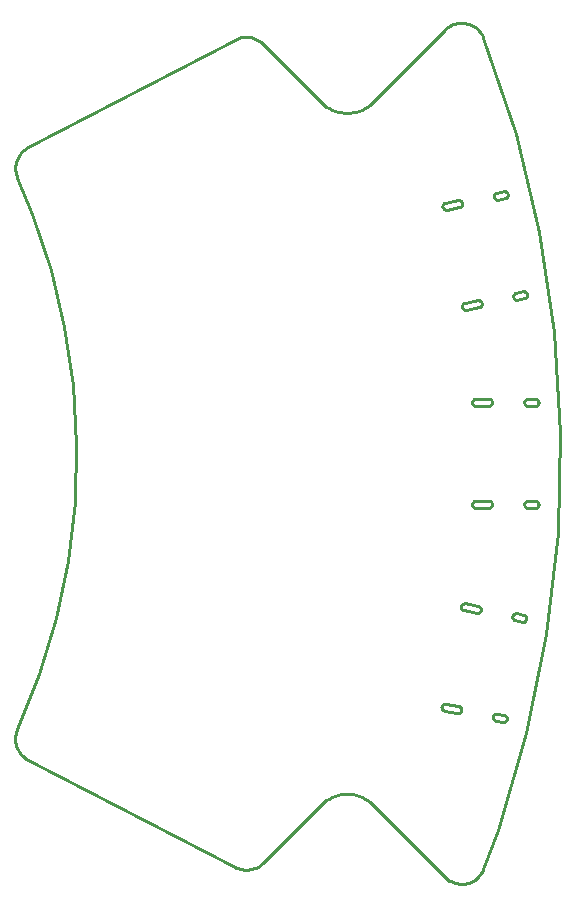
<source format=gbr>
G04 EAGLE Gerber RS-274X export*
G75*
%MOMM*%
%FSLAX34Y34*%
%LPD*%
%IN*%
%IPPOS*%
%AMOC8*
5,1,8,0,0,1.08239X$1,22.5*%
G01*
G04 Define Apertures*
%ADD10C,0.254000*%
D10*
X520046Y-233350D02*
X519803Y-233915D01*
X519209Y-235556D01*
X518760Y-237242D01*
X518460Y-238961D01*
X518311Y-240699D01*
X518313Y-242444D01*
X518468Y-244182D01*
X518774Y-245899D01*
X519229Y-247584D01*
X519828Y-249222D01*
X520568Y-250803D01*
X521443Y-252312D01*
X522446Y-253740D01*
X523570Y-255074D01*
X524806Y-256306D01*
X526144Y-257425D01*
X527575Y-258424D01*
X529087Y-259294D01*
X704717Y-350351D01*
X705470Y-350722D01*
X707082Y-351389D01*
X708746Y-351914D01*
X710450Y-352292D01*
X712180Y-352519D01*
X713923Y-352595D01*
X715666Y-352519D01*
X717396Y-352292D01*
X719099Y-351914D01*
X720763Y-351389D01*
X722375Y-350722D01*
X723923Y-349916D01*
X725394Y-348978D01*
X726778Y-347916D01*
X728065Y-346738D01*
X777818Y-296985D01*
X779747Y-295217D01*
X781823Y-293623D01*
X784031Y-292217D01*
X786352Y-291009D01*
X788770Y-290007D01*
X791266Y-289220D01*
X793821Y-288654D01*
X796416Y-288312D01*
X799031Y-288198D01*
X801645Y-288312D01*
X804240Y-288654D01*
X806795Y-289220D01*
X809291Y-290007D01*
X811709Y-291009D01*
X814031Y-292217D01*
X816238Y-293623D01*
X818314Y-295217D01*
X820244Y-296985D01*
X881912Y-358653D01*
X882925Y-359598D01*
X884289Y-360685D01*
X885744Y-361648D01*
X887277Y-362482D01*
X888876Y-363178D01*
X890531Y-363733D01*
X892227Y-364141D01*
X893953Y-364400D01*
X895694Y-364507D01*
X897438Y-364463D01*
X899172Y-364266D01*
X900882Y-363919D01*
X902555Y-363424D01*
X904179Y-362786D01*
X905741Y-362008D01*
X907229Y-361097D01*
X908632Y-360060D01*
X909939Y-358905D01*
X911141Y-357640D01*
X912228Y-356275D01*
X913192Y-354821D01*
X914025Y-353288D01*
X914722Y-351688D01*
X926778Y-318563D01*
X951016Y-236577D01*
X968016Y-152790D01*
X977649Y-67841D01*
X979841Y17625D01*
X974577Y102957D01*
X961895Y187505D01*
X941892Y270626D01*
X914722Y351688D01*
X914180Y352963D01*
X913374Y354511D01*
X912437Y355982D01*
X911375Y357366D01*
X910196Y358653D01*
X908910Y359831D01*
X907525Y360894D01*
X906054Y361831D01*
X904506Y362637D01*
X902894Y363304D01*
X901230Y363829D01*
X899527Y364207D01*
X897797Y364434D01*
X896054Y364511D01*
X894311Y364434D01*
X892581Y364207D01*
X890877Y363829D01*
X889213Y363304D01*
X887601Y362637D01*
X886054Y361831D01*
X884582Y360894D01*
X883198Y359831D01*
X881912Y358653D01*
X820244Y296985D01*
X818314Y295217D01*
X816238Y293623D01*
X814031Y292217D01*
X811709Y291009D01*
X809291Y290007D01*
X806795Y289220D01*
X804240Y288654D01*
X801645Y288312D01*
X799031Y288198D01*
X796416Y288312D01*
X793821Y288654D01*
X791266Y289220D01*
X788770Y290007D01*
X786352Y291009D01*
X784031Y292217D01*
X781823Y293623D01*
X779747Y295217D01*
X777818Y296985D01*
X728065Y346738D01*
X727459Y347318D01*
X726124Y348442D01*
X724697Y349445D01*
X723187Y350320D01*
X721607Y351060D01*
X719968Y351660D01*
X718284Y352114D01*
X716566Y352420D01*
X714828Y352575D01*
X713083Y352578D01*
X711345Y352429D01*
X709626Y352128D01*
X707940Y351680D01*
X706300Y351086D01*
X704717Y350351D01*
X529087Y259294D01*
X528546Y259002D01*
X527061Y258086D01*
X525661Y257044D01*
X524358Y255885D01*
X523161Y254615D01*
X522079Y253247D01*
X521120Y251789D01*
X520292Y250253D01*
X519601Y248651D01*
X519052Y246995D01*
X518649Y245297D01*
X518397Y243571D01*
X518295Y241829D01*
X518346Y240085D01*
X518548Y238352D01*
X518901Y236643D01*
X519402Y234972D01*
X520046Y233350D01*
X532732Y202724D01*
X548373Y155522D01*
X559841Y107137D01*
X567048Y57935D01*
X569940Y8294D01*
X568494Y-41412D01*
X562721Y-90801D01*
X552666Y-139500D01*
X538405Y-187137D01*
X520046Y-233350D01*
X940047Y132395D02*
X940108Y132140D01*
X940191Y131892D01*
X940295Y131652D01*
X940420Y131422D01*
X940565Y131204D01*
X940728Y130999D01*
X940908Y130809D01*
X941104Y130636D01*
X941314Y130480D01*
X941537Y130343D01*
X941772Y130227D01*
X942015Y130131D01*
X942266Y130056D01*
X942523Y130004D01*
X942783Y129974D01*
X943044Y129968D01*
X943305Y129984D01*
X943564Y130022D01*
X949454Y131167D01*
X949709Y131228D01*
X949957Y131311D01*
X950197Y131416D01*
X950427Y131541D01*
X950645Y131685D01*
X950850Y131848D01*
X951040Y132028D01*
X951213Y132224D01*
X951369Y132434D01*
X951506Y132658D01*
X951622Y132892D01*
X951718Y133135D01*
X951793Y133386D01*
X951845Y133643D01*
X951874Y133903D01*
X951881Y134164D01*
X951865Y134426D01*
X951827Y134684D01*
X951765Y134939D01*
X951682Y135187D01*
X951578Y135427D01*
X951453Y135657D01*
X951309Y135875D01*
X951146Y136080D01*
X950966Y136270D01*
X950770Y136443D01*
X950559Y136599D01*
X950336Y136736D01*
X950102Y136853D01*
X949858Y136949D01*
X949607Y137023D01*
X949351Y137075D01*
X949091Y137105D01*
X948829Y137112D01*
X948568Y137096D01*
X948309Y137057D01*
X942419Y135912D01*
X942165Y135851D01*
X941917Y135768D01*
X941677Y135664D01*
X941447Y135539D01*
X941229Y135394D01*
X941024Y135231D01*
X940834Y135051D01*
X940660Y134855D01*
X940505Y134645D01*
X940368Y134422D01*
X940251Y134187D01*
X940155Y133944D01*
X940081Y133693D01*
X940029Y133436D01*
X939999Y133176D01*
X939992Y132915D01*
X940008Y132654D01*
X940047Y132395D01*
X880075Y208755D02*
X880136Y208500D01*
X880219Y208252D01*
X880324Y208012D01*
X880448Y207782D01*
X880593Y207564D01*
X880756Y207359D01*
X880936Y207169D01*
X881132Y206996D01*
X881342Y206840D01*
X881565Y206703D01*
X881800Y206586D01*
X882043Y206490D01*
X882294Y206416D01*
X882551Y206364D01*
X882811Y206334D01*
X883072Y206327D01*
X883333Y206343D01*
X883592Y206382D01*
X894390Y208481D01*
X894645Y208542D01*
X894893Y208625D01*
X895133Y208729D01*
X895363Y208854D01*
X895581Y208999D01*
X895786Y209162D01*
X895976Y209342D01*
X896149Y209538D01*
X896305Y209748D01*
X896442Y209971D01*
X896558Y210206D01*
X896654Y210449D01*
X896729Y210700D01*
X896781Y210957D01*
X896810Y211217D01*
X896817Y211478D01*
X896801Y211739D01*
X896763Y211998D01*
X896702Y212253D01*
X896619Y212501D01*
X896514Y212741D01*
X896389Y212971D01*
X896245Y213189D01*
X896082Y213394D01*
X895902Y213584D01*
X895706Y213757D01*
X895495Y213913D01*
X895272Y214050D01*
X895038Y214166D01*
X894794Y214262D01*
X894544Y214337D01*
X894287Y214389D01*
X894027Y214419D01*
X893765Y214425D01*
X893504Y214409D01*
X893245Y214371D01*
X882447Y212272D01*
X882193Y212211D01*
X881945Y212128D01*
X881705Y212023D01*
X881475Y211898D01*
X881257Y211754D01*
X881052Y211591D01*
X880862Y211411D01*
X880688Y211215D01*
X880533Y211005D01*
X880396Y210781D01*
X880279Y210547D01*
X880183Y210304D01*
X880109Y210053D01*
X880057Y209796D01*
X880027Y209536D01*
X880020Y209275D01*
X880036Y209013D01*
X880075Y208755D01*
X923561Y217207D02*
X923622Y216953D01*
X923705Y216705D01*
X923810Y216465D01*
X923934Y216235D01*
X924079Y216016D01*
X924242Y215812D01*
X924422Y215622D01*
X924618Y215448D01*
X924828Y215293D01*
X925052Y215156D01*
X925286Y215039D01*
X925529Y214943D01*
X925780Y214869D01*
X926037Y214817D01*
X926297Y214787D01*
X926558Y214780D01*
X926820Y214796D01*
X927078Y214835D01*
X932968Y215980D01*
X933223Y216041D01*
X933471Y216124D01*
X933711Y216228D01*
X933941Y216353D01*
X934159Y216498D01*
X934364Y216661D01*
X934554Y216841D01*
X934727Y217037D01*
X934883Y217247D01*
X935020Y217470D01*
X935136Y217704D01*
X935232Y217948D01*
X935307Y218199D01*
X935359Y218455D01*
X935388Y218715D01*
X935395Y218977D01*
X935379Y219238D01*
X935341Y219497D01*
X935280Y219752D01*
X935196Y220000D01*
X935092Y220240D01*
X934967Y220470D01*
X934823Y220688D01*
X934660Y220893D01*
X934480Y221083D01*
X934284Y221256D01*
X934073Y221412D01*
X933850Y221548D01*
X933616Y221665D01*
X933372Y221761D01*
X933122Y221836D01*
X932865Y221888D01*
X932605Y221917D01*
X932343Y221924D01*
X932082Y221908D01*
X931823Y221870D01*
X925934Y220725D01*
X925679Y220664D01*
X925431Y220581D01*
X925191Y220476D01*
X924961Y220351D01*
X924743Y220207D01*
X924538Y220044D01*
X924348Y219864D01*
X924175Y219668D01*
X924019Y219457D01*
X923882Y219234D01*
X923765Y219000D01*
X923669Y218756D01*
X923595Y218506D01*
X923543Y218249D01*
X923513Y217989D01*
X923506Y217727D01*
X923522Y217466D01*
X923561Y217207D01*
X939231Y-137915D02*
X939192Y-138174D01*
X939176Y-138435D01*
X939183Y-138697D01*
X939212Y-138957D01*
X939265Y-139213D01*
X939339Y-139464D01*
X939435Y-139708D01*
X939552Y-139942D01*
X939688Y-140165D01*
X939844Y-140375D01*
X940017Y-140571D01*
X940207Y-140752D01*
X940412Y-140915D01*
X940630Y-141059D01*
X940860Y-141184D01*
X941100Y-141288D01*
X941349Y-141371D01*
X941603Y-141432D01*
X947493Y-142577D01*
X947752Y-142616D01*
X948013Y-142632D01*
X948275Y-142625D01*
X948535Y-142595D01*
X948791Y-142543D01*
X949042Y-142469D01*
X949285Y-142373D01*
X949520Y-142256D01*
X949743Y-142119D01*
X949953Y-141964D01*
X950149Y-141790D01*
X950329Y-141600D01*
X950492Y-141396D01*
X950637Y-141177D01*
X950762Y-140947D01*
X950866Y-140707D01*
X950949Y-140459D01*
X951010Y-140205D01*
X951049Y-139946D01*
X951065Y-139685D01*
X951058Y-139423D01*
X951028Y-139163D01*
X950976Y-138907D01*
X950902Y-138656D01*
X950806Y-138412D01*
X950689Y-138178D01*
X950552Y-137955D01*
X950397Y-137744D01*
X950223Y-137548D01*
X950033Y-137368D01*
X949829Y-137205D01*
X949610Y-137061D01*
X949380Y-136936D01*
X949140Y-136832D01*
X948892Y-136749D01*
X948638Y-136687D01*
X942748Y-135543D01*
X942489Y-135504D01*
X942228Y-135488D01*
X941966Y-135495D01*
X941706Y-135524D01*
X941450Y-135577D01*
X941199Y-135651D01*
X940955Y-135747D01*
X940721Y-135864D01*
X940498Y-136000D01*
X940288Y-136156D01*
X940092Y-136329D01*
X939911Y-136519D01*
X939748Y-136724D01*
X939604Y-136942D01*
X939479Y-137172D01*
X939375Y-137412D01*
X939292Y-137661D01*
X939231Y-137915D01*
X922745Y-222728D02*
X922706Y-222986D01*
X922690Y-223248D01*
X922697Y-223509D01*
X922727Y-223769D01*
X922779Y-224026D01*
X922853Y-224277D01*
X922949Y-224520D01*
X923066Y-224754D01*
X923202Y-224978D01*
X923358Y-225188D01*
X923532Y-225384D01*
X923721Y-225564D01*
X923926Y-225727D01*
X924144Y-225872D01*
X924374Y-225996D01*
X924614Y-226101D01*
X924863Y-226184D01*
X925117Y-226245D01*
X931007Y-227390D01*
X931266Y-227428D01*
X931527Y-227444D01*
X931789Y-227438D01*
X932049Y-227408D01*
X932305Y-227356D01*
X932556Y-227281D01*
X932800Y-227186D01*
X933034Y-227069D01*
X933257Y-226932D01*
X933467Y-226776D01*
X933663Y-226603D01*
X933844Y-226413D01*
X934006Y-226208D01*
X934151Y-225990D01*
X934276Y-225760D01*
X934380Y-225520D01*
X934463Y-225272D01*
X934524Y-225017D01*
X934563Y-224758D01*
X934579Y-224497D01*
X934572Y-224236D01*
X934542Y-223976D01*
X934490Y-223719D01*
X934416Y-223468D01*
X934320Y-223225D01*
X934203Y-222990D01*
X934066Y-222767D01*
X933911Y-222557D01*
X933737Y-222361D01*
X933548Y-222181D01*
X933343Y-222018D01*
X933124Y-221873D01*
X932894Y-221749D01*
X932654Y-221644D01*
X932406Y-221561D01*
X932152Y-221500D01*
X926262Y-220355D01*
X926003Y-220316D01*
X925742Y-220300D01*
X925480Y-220307D01*
X925220Y-220337D01*
X924964Y-220389D01*
X924713Y-220463D01*
X924469Y-220559D01*
X924235Y-220676D01*
X924012Y-220813D01*
X923802Y-220969D01*
X923606Y-221142D01*
X923425Y-221332D01*
X923263Y-221537D01*
X923118Y-221755D01*
X922993Y-221985D01*
X922889Y-222225D01*
X922806Y-222473D01*
X922745Y-222728D01*
X896561Y123942D02*
X896622Y123687D01*
X896705Y123439D01*
X896809Y123199D01*
X896934Y122969D01*
X897079Y122751D01*
X897242Y122546D01*
X897422Y122356D01*
X897618Y122183D01*
X897828Y122027D01*
X898051Y121890D01*
X898286Y121774D01*
X898529Y121678D01*
X898780Y121603D01*
X899037Y121551D01*
X899297Y121522D01*
X899558Y121515D01*
X899819Y121531D01*
X900078Y121569D01*
X910876Y123668D01*
X911131Y123729D01*
X911379Y123812D01*
X911619Y123917D01*
X911849Y124042D01*
X912067Y124186D01*
X912272Y124349D01*
X912462Y124529D01*
X912635Y124725D01*
X912791Y124936D01*
X912928Y125159D01*
X913044Y125393D01*
X913140Y125637D01*
X913215Y125887D01*
X913267Y126144D01*
X913296Y126404D01*
X913303Y126666D01*
X913287Y126927D01*
X913249Y127186D01*
X913187Y127440D01*
X913104Y127688D01*
X913000Y127928D01*
X912875Y128158D01*
X912731Y128377D01*
X912568Y128581D01*
X912388Y128771D01*
X912192Y128945D01*
X911981Y129100D01*
X911758Y129237D01*
X911524Y129354D01*
X911280Y129450D01*
X911029Y129524D01*
X910773Y129576D01*
X910513Y129606D01*
X910251Y129613D01*
X909990Y129597D01*
X909731Y129558D01*
X898933Y127459D01*
X898679Y127398D01*
X898431Y127315D01*
X898191Y127211D01*
X897961Y127086D01*
X897742Y126941D01*
X897538Y126778D01*
X897348Y126598D01*
X897174Y126402D01*
X897019Y126192D01*
X896882Y125969D01*
X896765Y125735D01*
X896669Y125491D01*
X896595Y125240D01*
X896543Y124984D01*
X896513Y124724D01*
X896506Y124462D01*
X896522Y124201D01*
X896561Y123942D01*
X895745Y-129462D02*
X895706Y-129721D01*
X895690Y-129982D01*
X895697Y-130244D01*
X895726Y-130504D01*
X895779Y-130760D01*
X895853Y-131011D01*
X895949Y-131255D01*
X896066Y-131489D01*
X896202Y-131712D01*
X896358Y-131923D01*
X896531Y-132119D01*
X896721Y-132299D01*
X896926Y-132462D01*
X897144Y-132606D01*
X897374Y-132731D01*
X897614Y-132835D01*
X897862Y-132918D01*
X898117Y-132979D01*
X908915Y-135078D01*
X909174Y-135117D01*
X909435Y-135133D01*
X909697Y-135126D01*
X909957Y-135097D01*
X910213Y-135044D01*
X910464Y-134970D01*
X910708Y-134874D01*
X910942Y-134757D01*
X911165Y-134621D01*
X911375Y-134465D01*
X911571Y-134292D01*
X911751Y-134102D01*
X911914Y-133897D01*
X912059Y-133679D01*
X912184Y-133449D01*
X912288Y-133209D01*
X912371Y-132960D01*
X912432Y-132706D01*
X912471Y-132447D01*
X912487Y-132186D01*
X912480Y-131924D01*
X912450Y-131664D01*
X912398Y-131408D01*
X912324Y-131157D01*
X912228Y-130913D01*
X912111Y-130679D01*
X911974Y-130456D01*
X911819Y-130246D01*
X911645Y-130049D01*
X911455Y-129869D01*
X911251Y-129706D01*
X911032Y-129562D01*
X910802Y-129437D01*
X910562Y-129333D01*
X910314Y-129250D01*
X910060Y-129189D01*
X899262Y-127090D01*
X899003Y-127051D01*
X898742Y-127035D01*
X898480Y-127042D01*
X898220Y-127072D01*
X897964Y-127124D01*
X897713Y-127198D01*
X897469Y-127294D01*
X897235Y-127411D01*
X897012Y-127547D01*
X896801Y-127703D01*
X896605Y-127877D01*
X896425Y-128066D01*
X896262Y-128271D01*
X896118Y-128489D01*
X895993Y-128719D01*
X895889Y-128959D01*
X895806Y-129208D01*
X895745Y-129462D01*
X905088Y43200D02*
X905099Y42939D01*
X905133Y42679D01*
X905190Y42424D01*
X905269Y42174D01*
X905369Y41932D01*
X905490Y41700D01*
X905630Y41479D01*
X905790Y41272D01*
X905967Y41079D01*
X906160Y40902D01*
X906367Y40743D01*
X906588Y40602D01*
X906820Y40481D01*
X907062Y40381D01*
X907311Y40302D01*
X907567Y40246D01*
X907826Y40211D01*
X908088Y40200D01*
X919088Y40200D01*
X919349Y40211D01*
X919609Y40246D01*
X919864Y40302D01*
X920114Y40381D01*
X920356Y40481D01*
X920588Y40602D01*
X920809Y40743D01*
X921016Y40902D01*
X921209Y41079D01*
X921386Y41272D01*
X921545Y41479D01*
X921686Y41700D01*
X921807Y41932D01*
X921907Y42174D01*
X921986Y42424D01*
X922042Y42679D01*
X922076Y42939D01*
X922088Y43200D01*
X922076Y43461D01*
X922042Y43721D01*
X921986Y43976D01*
X921907Y44226D01*
X921807Y44468D01*
X921686Y44700D01*
X921545Y44921D01*
X921386Y45128D01*
X921209Y45321D01*
X921016Y45498D01*
X920809Y45657D01*
X920588Y45798D01*
X920356Y45919D01*
X920114Y46019D01*
X919864Y46098D01*
X919609Y46154D01*
X919349Y46189D01*
X919088Y46200D01*
X908088Y46200D01*
X907826Y46189D01*
X907567Y46154D01*
X907311Y46098D01*
X907062Y46019D01*
X906820Y45919D01*
X906588Y45798D01*
X906367Y45657D01*
X906160Y45498D01*
X905967Y45321D01*
X905790Y45128D01*
X905630Y44921D01*
X905490Y44700D01*
X905369Y44468D01*
X905269Y44226D01*
X905190Y43976D01*
X905133Y43721D01*
X905099Y43461D01*
X905088Y43200D01*
X905088Y-43200D02*
X905099Y-43461D01*
X905133Y-43721D01*
X905190Y-43976D01*
X905269Y-44226D01*
X905369Y-44468D01*
X905490Y-44700D01*
X905630Y-44921D01*
X905790Y-45128D01*
X905967Y-45321D01*
X906160Y-45498D01*
X906367Y-45657D01*
X906588Y-45798D01*
X906820Y-45919D01*
X907062Y-46019D01*
X907311Y-46098D01*
X907567Y-46154D01*
X907826Y-46189D01*
X908088Y-46200D01*
X919088Y-46200D01*
X919349Y-46189D01*
X919609Y-46154D01*
X919864Y-46098D01*
X920114Y-46019D01*
X920356Y-45919D01*
X920588Y-45798D01*
X920809Y-45657D01*
X921016Y-45498D01*
X921209Y-45321D01*
X921386Y-45128D01*
X921545Y-44921D01*
X921686Y-44700D01*
X921807Y-44468D01*
X921907Y-44226D01*
X921986Y-43976D01*
X922042Y-43721D01*
X922076Y-43461D01*
X922088Y-43200D01*
X922076Y-42939D01*
X922042Y-42679D01*
X921986Y-42424D01*
X921907Y-42174D01*
X921807Y-41932D01*
X921686Y-41700D01*
X921545Y-41479D01*
X921386Y-41272D01*
X921209Y-41079D01*
X921016Y-40902D01*
X920809Y-40743D01*
X920588Y-40602D01*
X920356Y-40481D01*
X920114Y-40381D01*
X919864Y-40302D01*
X919609Y-40246D01*
X919349Y-40211D01*
X919088Y-40200D01*
X908088Y-40200D01*
X907826Y-40211D01*
X907567Y-40246D01*
X907311Y-40302D01*
X907062Y-40381D01*
X906820Y-40481D01*
X906588Y-40602D01*
X906367Y-40743D01*
X906160Y-40902D01*
X905967Y-41079D01*
X905790Y-41272D01*
X905630Y-41479D01*
X905490Y-41700D01*
X905369Y-41932D01*
X905269Y-42174D01*
X905190Y-42424D01*
X905133Y-42679D01*
X905099Y-42939D01*
X905088Y-43200D01*
X949388Y-43200D02*
X949399Y-43461D01*
X949433Y-43721D01*
X949490Y-43976D01*
X949569Y-44226D01*
X949669Y-44468D01*
X949790Y-44700D01*
X949930Y-44921D01*
X950090Y-45128D01*
X950267Y-45321D01*
X950460Y-45498D01*
X950667Y-45657D01*
X950888Y-45798D01*
X951120Y-45919D01*
X951362Y-46019D01*
X951611Y-46098D01*
X951867Y-46154D01*
X952126Y-46189D01*
X952388Y-46200D01*
X958388Y-46200D01*
X958649Y-46189D01*
X958909Y-46154D01*
X959164Y-46098D01*
X959414Y-46019D01*
X959656Y-45919D01*
X959888Y-45798D01*
X960109Y-45657D01*
X960316Y-45498D01*
X960509Y-45321D01*
X960686Y-45128D01*
X960845Y-44921D01*
X960986Y-44700D01*
X961107Y-44468D01*
X961207Y-44226D01*
X961286Y-43976D01*
X961342Y-43721D01*
X961376Y-43461D01*
X961388Y-43200D01*
X961376Y-42939D01*
X961342Y-42679D01*
X961286Y-42424D01*
X961207Y-42174D01*
X961107Y-41932D01*
X960986Y-41700D01*
X960845Y-41479D01*
X960686Y-41272D01*
X960509Y-41079D01*
X960316Y-40902D01*
X960109Y-40743D01*
X959888Y-40602D01*
X959656Y-40481D01*
X959414Y-40381D01*
X959164Y-40302D01*
X958909Y-40246D01*
X958649Y-40211D01*
X958388Y-40200D01*
X952388Y-40200D01*
X952126Y-40211D01*
X951867Y-40246D01*
X951611Y-40302D01*
X951362Y-40381D01*
X951120Y-40481D01*
X950888Y-40602D01*
X950667Y-40743D01*
X950460Y-40902D01*
X950267Y-41079D01*
X950090Y-41272D01*
X949930Y-41479D01*
X949790Y-41700D01*
X949669Y-41932D01*
X949569Y-42174D01*
X949490Y-42424D01*
X949433Y-42679D01*
X949399Y-42939D01*
X949388Y-43200D01*
X949388Y43200D02*
X949399Y42939D01*
X949433Y42679D01*
X949490Y42424D01*
X949569Y42174D01*
X949669Y41932D01*
X949790Y41700D01*
X949930Y41479D01*
X950090Y41272D01*
X950267Y41079D01*
X950460Y40902D01*
X950667Y40743D01*
X950888Y40602D01*
X951120Y40481D01*
X951362Y40381D01*
X951611Y40302D01*
X951867Y40246D01*
X952126Y40211D01*
X952388Y40200D01*
X958388Y40200D01*
X958649Y40211D01*
X958909Y40246D01*
X959164Y40302D01*
X959414Y40381D01*
X959656Y40481D01*
X959888Y40602D01*
X960109Y40743D01*
X960316Y40902D01*
X960509Y41079D01*
X960686Y41272D01*
X960845Y41479D01*
X960986Y41700D01*
X961107Y41932D01*
X961207Y42174D01*
X961286Y42424D01*
X961342Y42679D01*
X961376Y42939D01*
X961388Y43200D01*
X961376Y43461D01*
X961342Y43721D01*
X961286Y43976D01*
X961207Y44226D01*
X961107Y44468D01*
X960986Y44700D01*
X960845Y44921D01*
X960686Y45128D01*
X960509Y45321D01*
X960316Y45498D01*
X960109Y45657D01*
X959888Y45798D01*
X959656Y45919D01*
X959414Y46019D01*
X959164Y46098D01*
X958909Y46154D01*
X958649Y46189D01*
X958388Y46200D01*
X952388Y46200D01*
X952126Y46189D01*
X951867Y46154D01*
X951611Y46098D01*
X951362Y46019D01*
X951120Y45919D01*
X950888Y45798D01*
X950667Y45657D01*
X950460Y45498D01*
X950267Y45321D01*
X950090Y45128D01*
X949930Y44921D01*
X949790Y44700D01*
X949669Y44468D01*
X949569Y44226D01*
X949490Y43976D01*
X949433Y43721D01*
X949399Y43461D01*
X949388Y43200D01*
X879259Y-214275D02*
X879220Y-214534D01*
X879204Y-214795D01*
X879211Y-215056D01*
X879240Y-215317D01*
X879293Y-215573D01*
X879367Y-215824D01*
X879463Y-216067D01*
X879580Y-216302D01*
X879716Y-216525D01*
X879872Y-216735D01*
X880045Y-216931D01*
X880235Y-217111D01*
X880440Y-217274D01*
X880658Y-217419D01*
X880888Y-217544D01*
X881128Y-217648D01*
X881377Y-217731D01*
X881631Y-217792D01*
X892429Y-219891D01*
X892688Y-219930D01*
X892949Y-219946D01*
X893211Y-219939D01*
X893471Y-219909D01*
X893727Y-219857D01*
X893978Y-219783D01*
X894222Y-219687D01*
X894456Y-219570D01*
X894679Y-219433D01*
X894889Y-219278D01*
X895085Y-219104D01*
X895266Y-218914D01*
X895428Y-218709D01*
X895573Y-218491D01*
X895698Y-218261D01*
X895802Y-218021D01*
X895885Y-217773D01*
X895946Y-217519D01*
X895985Y-217260D01*
X896001Y-216998D01*
X895994Y-216737D01*
X895964Y-216477D01*
X895912Y-216220D01*
X895838Y-215969D01*
X895742Y-215726D01*
X895625Y-215492D01*
X895489Y-215269D01*
X895333Y-215058D01*
X895159Y-214862D01*
X894970Y-214682D01*
X894765Y-214519D01*
X894547Y-214375D01*
X894317Y-214250D01*
X894077Y-214145D01*
X893828Y-214062D01*
X893574Y-214001D01*
X882776Y-211902D01*
X882517Y-211864D01*
X882256Y-211848D01*
X881994Y-211854D01*
X881734Y-211884D01*
X881478Y-211936D01*
X881227Y-212011D01*
X880983Y-212107D01*
X880749Y-212223D01*
X880526Y-212360D01*
X880316Y-212516D01*
X880120Y-212689D01*
X879939Y-212879D01*
X879776Y-213084D01*
X879632Y-213302D01*
X879507Y-213532D01*
X879403Y-213772D01*
X879320Y-214020D01*
X879259Y-214275D01*
M02*

</source>
